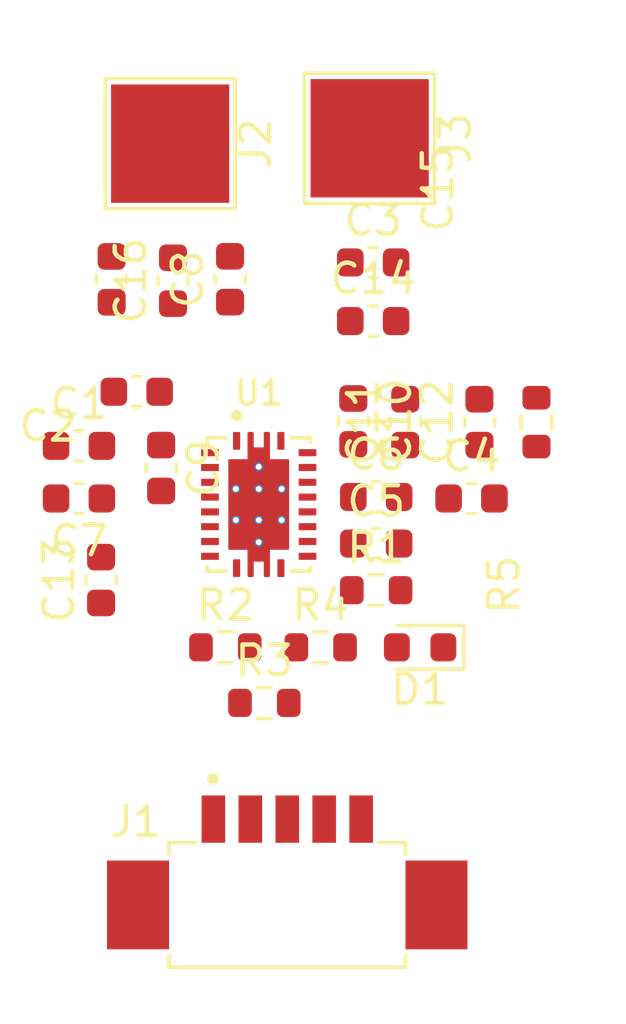
<source format=kicad_pcb>
(kicad_pcb (version 20221018) (generator pcbnew)
  (layers (0 "F.Cu" signal) (31 "B.Cu" signal) (34 "B.Paste" user) (35 "F.Paste" user) (36 "B.SilkS" user "B.Silkscreen") (37 "F.SilkS" user "F.Silkscreen") (38 "B.Mask" user) (39 "F.Mask" user) (44 "Edge.Cuts" user))
  (net 0 "")
  (net 1 "Net-(J2-Pin_1)")
  (net 2 "Net-(J3-Pin_1)")
  (net 3 "GND")
  (net 4 "Net-(U1-FOD)")
  (net 5 "Net-(U1-TS{slash}CTRL)")
  (net 6 "/RECT")
  (net 7 "Net-(U1-ILIM)")
  (net 8 "Net-(D1-K)")
  (net 9 "Net-(U1-RECT)")
  (net 10 "/VOUT")
  (net 11 "/~{CHG}")
  (net 12 "/EN2")
  (net 13 "/EN1")
  (net 14 "Net-(U1-COMM1)")
  (net 15 "Net-(U1-BOOT1)")
  (net 16 "Net-(U1-BOOT2)")
  (net 17 "Net-(U1-COMM2)")
  (net 18 "Net-(U1-CLAMP2)")
  (net 19 "Net-(U1-CLAMP1)")
  (net 21 "Net-(U1-AC1)")
  (footprint "Capacitor_SMD:C_0603_1608Metric" (layer "F.Cu") (at 145.0798 82.0508 90)
    (fp_text reference "C8" (at 0 -1.43 90) (layer "F.SilkS"))
    (fp_text value "47nF")
    (fp_line (start -0.14058 -0.51) (end 0.14058 -0.51) (stroke (width 0.12)) (layer "F.SilkS"))
    (fp_line (start -0.14058 0.51) (end 0.14058 0.51) (stroke (width 0.12)) (layer "F.SilkS"))
    (pad "1" smd roundrect (at -0.775 0 90) (size 0.9 0.95) (layers "F.Cu" "F.Paste" "F.Mask") (net 21 "Net-(U1-AC1)"))
    (pad "2" smd roundrect (at 0.775 0 90) (size 0.9 0.95) (layers "F.Cu" "F.Paste" "F.Mask") (net 1 "Net-(J2-Pin_1)"))
  )
  (footprint "Capacitor_SMD:C_0603_1608Metric" (layer "F.Cu") (at 141.9222 85.852)
    (fp_text reference "C2" (at -2.9972 1.1608) (layer "F.SilkS"))
    (fp_text value "10nF")
    (fp_line (start -0.14058 -0.51) (end 0.14058 -0.51) (stroke (width 0.12)) (layer "F.SilkS"))
    (fp_line (start -0.14058 0.51) (end 0.14058 0.51) (stroke (width 0.12)) (layer "F.SilkS"))
    (pad "1" smd roundrect (at -0.775 0) (size 0.9 0.95) (layers "F.Cu" "F.Paste" "F.Mask") (net 21 "Net-(U1-AC1)"))
    (pad "2" smd roundrect (at 0.775 0) (size 0.9 0.95) (layers "F.Cu" "F.Paste" "F.Mask") (net 15 "Net-(U1-BOOT1)"))
  )
  (footprint "LED_SMD:LED_0603_1608Metric" (layer "F.Cu") (at 151.5111 94.488 180)
    (fp_text reference "D1" (at 0 -1.43) (layer "F.SilkS"))
    (fp_text value "2.1Vf LED")
    (fp_line (start -1.485 -0.735) (end -1.485 0.735) (stroke (width 0.12)) (layer "F.SilkS"))
    (fp_line (start -1.485 0.735) (end 0.8 0.735) (stroke (width 0.12)) (layer "F.SilkS"))
    (fp_line (start 0.8 -0.735) (end -1.485 -0.735) (stroke (width 0.12)) (layer "F.SilkS"))
    (pad "1" smd roundrect (at -0.7875 0 180) (size 0.875 0.95) (layers "F.Cu" "F.Paste" "F.Mask") (net 8 "Net-(D1-K)"))
    (pad "2" smd roundrect (at 0.7875 0 180) (size 0.875 0.95) (layers "F.Cu" "F.Paste" "F.Mask") (net 10 "/VOUT"))
  )
  (footprint "Capacitor_SMD:C_0603_1608Metric" (layer "F.Cu") (at 143.1494 82.1016 90)
    (fp_text reference "C16" (at 0 -1.43 90) (layer "F.SilkS"))
    (fp_text value "68nF")
    (fp_line (start -0.14058 -0.51) (end 0.14058 -0.51) (stroke (width 0.12)) (layer "F.SilkS"))
    (fp_line (start -0.14058 0.51) (end 0.14058 0.51) (stroke (width 0.12)) (layer "F.SilkS"))
    (pad "1" smd roundrect (at -0.775 0 90) (size 0.9 0.95) (layers "F.Cu" "F.Paste" "F.Mask") (net 21 "Net-(U1-AC1)"))
    (pad "2" smd roundrect (at 0.775 0 90) (size 0.9 0.95) (layers "F.Cu" "F.Paste" "F.Mask") (net 1 "Net-(J2-Pin_1)"))
  )
  (footprint "Capacitor_SMD:C_0603_1608Metric" (layer "F.Cu") (at 149.9238 81.4832)
    (fp_text reference "C3" (at 0 -1.43) (layer "F.SilkS"))
    (fp_text value "1800pF")
    (fp_line (start -0.14058 -0.51) (end 0.14058 -0.51) (stroke (width 0.12)) (layer "F.SilkS"))
    (fp_line (start -0.14058 0.51) (end 0.14058 0.51) (stroke (width 0.12)) (layer "F.SilkS"))
    (pad "1" smd roundrect (at -0.775 0) (size 0.9 0.95) (layers "F.Cu" "F.Paste" "F.Mask") (net 2 "Net-(J3-Pin_1)"))
    (pad "2" smd roundrect (at 0.775 0) (size 0.9 0.95) (layers "F.Cu" "F.Paste" "F.Mask") (net 21 "Net-(U1-AC1)"))
  )
  (footprint "Capacitor_SMD:C_0603_1608Metric" (layer "F.Cu") (at 150.0254 90.9828)
    (fp_text reference "C5" (at 0 -1.43) (layer "F.SilkS"))
    (fp_text value "22nF")
    (fp_line (start -0.14058 -0.51) (end 0.14058 -0.51) (stroke (width 0.12)) (layer "F.SilkS"))
    (fp_line (start -0.14058 0.51) (end 0.14058 0.51) (stroke (width 0.12)) (layer "F.SilkS"))
    (pad "1" smd roundrect (at -0.775 0) (size 0.9 0.95) (layers "F.Cu" "F.Paste" "F.Mask") (net 17 "Net-(U1-COMM2)"))
    (pad "2" smd roundrect (at 0.775 0) (size 0.9 0.95) (layers "F.Cu" "F.Paste" "F.Mask") (net 2 "Net-(J3-Pin_1)"))
  )
  (footprint "Capacitor_SMD:C_0603_1608Metric" (layer "F.Cu") (at 150.0254 89.408)
    (fp_text reference "C6" (at 0 -1.43) (layer "F.SilkS"))
    (fp_text value ".47uF")
    (fp_line (start -0.14058 -0.51) (end 0.14058 -0.51) (stroke (width 0.12)) (layer "F.SilkS"))
    (fp_line (start -0.14058 0.51) (end 0.14058 0.51) (stroke (width 0.12)) (layer "F.SilkS"))
    (pad "1" smd roundrect (at -0.775 0) (size 0.9 0.95) (layers "F.Cu" "F.Paste" "F.Mask") (net 18 "Net-(U1-CLAMP2)"))
    (pad "2" smd roundrect (at 0.775 0) (size 0.9 0.95) (layers "F.Cu" "F.Paste" "F.Mask") (net 2 "Net-(J3-Pin_1)"))
  )
  (footprint "Capacitor_SMD:C_0603_1608Metric" (layer "F.Cu") (at 153.2506 89.4588)
    (fp_text reference "C4" (at 0 -1.43) (layer "F.SilkS"))
    (fp_text value "10nF")
    (fp_line (start -0.14058 -0.51) (end 0.14058 -0.51) (stroke (width 0.12)) (layer "F.SilkS"))
    (fp_line (start -0.14058 0.51) (end 0.14058 0.51) (stroke (width 0.12)) (layer "F.SilkS"))
    (pad "1" smd roundrect (at -0.775 0) (size 0.9 0.95) (layers "F.Cu" "F.Paste" "F.Mask") (net 16 "Net-(U1-BOOT2)"))
    (pad "2" smd roundrect (at 0.775 0) (size 0.9 0.95) (layers "F.Cu" "F.Paste" "F.Mask") (net 2 "Net-(J3-Pin_1)"))
  )
  (footprint "Resistor_SMD:R_0603_1608Metric" (layer "F.Cu") (at 155.448 86.8802 90)
    (fp_text reference "R5" (at -5.4914 -1.1034 90) (layer "F.SilkS"))
    (fp_text value "20k")
    (fp_line (start -0.237258 -0.5225) (end 0.237258 -0.5225) (stroke (width 0.12)) (layer "F.SilkS"))
    (fp_line (start -0.237258 0.5225) (end 0.237258 0.5225) (stroke (width 0.12)) (layer "F.SilkS"))
    (pad "1" smd roundrect (at -0.825 0 90) (size 0.8 0.95) (layers "F.Cu" "F.Paste" "F.Mask") (net 9 "Net-(U1-RECT)"))
    (pad "2" smd roundrect (at 0.825 0 90) (size 0.8 0.95) (layers "F.Cu" "F.Paste" "F.Mask") (net 6 "/RECT"))
  )
  (footprint "Capacitor_SMD:C_0603_1608Metric" (layer "F.Cu") (at 149.9238 83.4644)
    (fp_text reference "C14" (at 0 -1.43) (layer "F.SilkS"))
    (fp_text value "100pF")
    (fp_line (start -0.14058 -0.51) (end 0.14058 -0.51) (stroke (width 0.12)) (layer "F.SilkS"))
    (fp_line (start -0.14058 0.51) (end 0.14058 0.51) (stroke (width 0.12)) (layer "F.SilkS"))
    (pad "1" smd roundrect (at -0.775 0) (size 0.9 0.95) (layers "F.Cu" "F.Paste" "F.Mask") (net 2 "Net-(J3-Pin_1)"))
    (pad "2" smd roundrect (at 0.775 0) (size 0.9 0.95) (layers "F.Cu" "F.Paste" "F.Mask") (net 21 "Net-(U1-AC1)"))
  )
  (footprint "Capacitor_SMD:C_0603_1608Metric" (layer "F.Cu") (at 142.748 88.4298 -90)
    (fp_text reference "C9" (at 0 -1.43 90) (layer "F.SilkS"))
    (fp_text value "0.1uF")
    (fp_line (start -0.14058 -0.51) (end 0.14058 -0.51) (stroke (width 0.12)) (layer "F.SilkS"))
    (fp_line (start -0.14058 0.51) (end 0.14058 0.51) (stroke (width 0.12)) (layer "F.SilkS"))
    (pad "1" smd roundrect (at -0.775 0 270) (size 0.9 0.95) (layers "F.Cu" "F.Paste" "F.Mask") (net 3 "GND"))
    (pad "2" smd roundrect (at 0.775 0 270) (size 0.9 0.95) (layers "F.Cu" "F.Paste" "F.Mask") (net 10 "/VOUT"))
  )
  (footprint "Kicad_parts:IC_MSP430FR2522IRHLR" (layer "F.Cu") (at 146.05 89.662)
    (fp_text reference "U1" (at 0 -3.76599) (layer "F.SilkS") (effects (font (size 0.80148 0.80148))))
    (fp_text value "BQ51013BRHLR")
    (fp_line (start -1.75 -2.25) (end -1.1 -2.25) (stroke (width 0.127)) (layer "F.SilkS"))
    (fp_line (start -1.75 -2.1) (end -1.75 -2.25) (stroke (width 0.127)) (layer "F.SilkS"))
    (fp_line (start -1.75 2.1) (end -1.75 2.25) (stroke (width 0.127)) (layer "F.SilkS"))
    (fp_line (start -1.75 2.25) (end -1.1 2.25) (stroke (width 0.127)) (layer "F.SilkS"))
    (fp_line (start 1.1 -2.25) (end 1.75 -2.25) (stroke (width 0.127)) (layer "F.SilkS"))
    (fp_line (start 1.1 2.25) (end 1.75 2.25) (stroke (width 0.127)) (layer "F.SilkS"))
    (fp_line (start 1.75 -2.25) (end 1.75 -2.1) (stroke (width 0.127)) (layer "F.SilkS"))
    (fp_line (start 1.75 2.25) (end 1.75 2.1) (stroke (width 0.127)) (layer "F.SilkS"))
    (fp_circle (center -0.75 -3) (end -0.65 -3) (stroke (width 0.2)) (fill none) (layer "F.SilkS"))
    (pad "1" smd roundrect (at -0.75 -2.15) (size 0.24 0.6) (layers "F.Cu" "F.Paste" "F.Mask") (roundrect_rratio 0.13) (net 3 "GND"))
    (pad "2" smd roundrect (at -1.65 -1.75) (size 0.6 0.24) (layers "F.Cu" "F.Paste" "F.Mask") (roundrect_rratio 0.05) (net 21 "Net-(U1-AC1)"))
    (pad "3" smd roundrect (at -1.65 -1.25) (size 0.6 0.24) (layers "F.Cu" "F.Paste" "F.Mask") (roundrect_rratio 0.05) (net 15 "Net-(U1-BOOT1)"))
    (pad "4" smd roundrect (at -1.65 -0.75) (size 0.6 0.24) (layers "F.Cu" "F.Paste" "F.Mask") (roundrect_rratio 0.05) (net 10 "/VOUT"))
    (pad "5" smd roundrect (at -1.65 -0.25) (size 0.6 0.24) (layers "F.Cu" "F.Paste" "F.Mask") (roundrect_rratio 0.05) (net 19 "Net-(U1-CLAMP1)"))
    (pad "6" smd roundrect (at -1.65 0.25) (size 0.6 0.24) (layers "F.Cu" "F.Paste" "F.Mask") (roundrect_rratio 0.05) (net 14 "Net-(U1-COMM1)"))
    (pad "7" smd roundrect (at -1.65 0.75) (size 0.6 0.24) (layers "F.Cu" "F.Paste" "F.Mask") (roundrect_rratio 0.05) (net 11 "/~{CHG}"))
    (pad "8" smd roundrect (at -1.65 1.25) (size 0.6 0.24) (layers "F.Cu" "F.Paste" "F.Mask") (roundrect_rratio 0.05))
    (pad "9" smd roundrect (at -1.65 1.75) (size 0.6 0.24) (layers "F.Cu" "F.Paste" "F.Mask") (roundrect_rratio 0.05) (net 3 "GND"))
    (pad "10" smd roundrect (at -0.75 2.15) (size 0.24 0.6) (layers "F.Cu" "F.Paste" "F.Mask") (roundrect_rratio 0.13) (net 13 "/EN1"))
    (pad "11" smd roundrect (at 0.75 2.15) (size 0.24 0.6) (layers "F.Cu" "F.Paste" "F.Mask") (roundrect_rratio 0.13) (net 12 "/EN2"))
    (pad "12" smd roundrect (at 1.65 1.75) (size 0.6 0.24) (layers "F.Cu" "F.Paste" "F.Mask") (roundrect_rratio 0.05) (net 7 "Net-(U1-ILIM)"))
    (pad "13" smd roundrect (at 1.65 1.25) (size 0.6 0.24) (layers "F.Cu" "F.Paste" "F.Mask") (roundrect_rratio 0.05) (net 5 "Net-(U1-TS{slash}CTRL)"))
    (pad "14" smd roundrect (at 1.65 0.75) (size 0.6 0.24) (layers "F.Cu" "F.Paste" "F.Mask") (roundrect_rratio 0.05) (net 4 "Net-(U1-FOD)"))
    (pad "15" smd roundrect (at 1.65 0.25) (size 0.6 0.24) (layers "F.Cu" "F.Paste" "F.Mask") (roundrect_rratio 0.05) (net 17 "Net-(U1-COMM2)"))
    (pad "16" smd roundrect (at 1.65 -0.25) (size 0.6 0.24) (layers "F.Cu" "F.Paste" "F.Mask") (roundrect_rratio 0.05) (net 18 "Net-(U1-CLAMP2)"))
    (pad "17" smd roundrect (at 1.65 -0.75) (size 0.6 0.24) (layers "F.Cu" "F.Paste" "F.Mask") (roundrect_rratio 0.05) (net 16 "Net-(U1-BOOT2)"))
    (pad "18" smd roundrect (at 1.65 -1.25) (size 0.6 0.24) (layers "F.Cu" "F.Paste" "F.Mask") (roundrect_rratio 0.05) (net 9 "Net-(U1-RECT)"))
    (pad "19" smd roundrect (at 1.65 -1.75) (size 0.6 0.24) (layers "F.Cu" "F.Paste" "F.Mask") (roundrect_rratio 0.05) (net 2 "Net-(J3-Pin_1)"))
    (pad "20" smd roundrect (at 0.75 -2.15) (size 0.24 0.6) (layers "F.Cu" "F.Paste" "F.Mask") (roundrect_rratio 0.13) (net 3 "GND"))
    (pad "21" smd custom (at 0 0) (size 2.05 3.05) (layers "F.Cu" "F.Mask") (options (clearance outline) (anchor rect)) (primitives (gr_poly (pts (xy -0.375 -1.525) (xy -0.375 -2.4) (xy -0.375 -2.403) (xy -0.375 -2.405) (xy -0.374 -2.408) (xy -0.374 -2.41) (xy -0.373 -2.413) (xy -0.373 -2.415) (xy -0.372 -2.418) (xy -0.371 -2.42) (xy -0.37 -2.423) (xy -0.368 -2.425) (xy -0.367 -2.427) (xy -0.365 -2.429) (xy -0.364 -2.431) (xy -0.362 -2.433) (xy -0.36 -2.435) (xy -0.358 -2.437) (xy -0.356 -2.439) (xy -0.354 -2.44) (xy -0.352 -2.442) (xy -0.35 -2.443) (xy -0.348 -2.445) (xy -0.345 -2.446) (xy -0.343 -2.447) (xy -0.34 -2.448) (xy -0.338 -2.448) (xy -0.335 -2.449) (xy -0.333 -2.449) (xy -0.33 -2.45) (xy -0.328 -2.45) (xy -0.325 -2.45) (xy -0.225 -2.45) (xy -0.222 -2.45) (xy -0.22 -2.45) (xy -0.217 -2.449) (xy -0.215 -2.449) (xy -0.212 -2.448) (xy -0.21 -2.448) (xy -0.207 -2.447) (xy -0.205 -2.446) (xy -0.202 -2.445) (xy -0.2 -2.443) (xy -0.198 -2.442) (xy -0.196 -2.44) (xy -0.194 -2.439) (xy -0.192 -2.437) (xy -0.19 -2.435) (xy -0.188 -2.433) (xy -0.186 -2.431) (xy -0.185 -2.429) (xy -0.183 -2.427) (xy -0.182 -2.425) (xy -0.18 -2.423) (xy -0.179 -2.42) (xy -0.178 -2.418) (xy -0.177 -2.415) (xy -0.177 -2.413) (xy -0.176 -2.41) (xy -0.176 -2.408) (xy -0.175 -2.405) (xy -0.175 -2.403) (xy -0.175 -2.4) (xy -0.175 -1.925) (xy 0.175 -1.925) (xy 0.175 -2.4) (xy 0.175 -2.403) (xy 0.175 -2.405) (xy 0.176 -2.408) (xy 0.176 -2.41) (xy 0.177 -2.413) (xy 0.177 -2.415) (xy 0.178 -2.418) (xy 0.179 -2.42) (xy 0.18 -2.423) (xy 0.182 -2.425) (xy 0.183 -2.427) (xy 0.185 -2.429) (xy 0.186 -2.431) (xy 0.188 -2.433) (xy 0.19 -2.435) (xy 0.192 -2.437) (xy 0.194 -2.439) (xy 0.196 -2.44) (xy 0.198 -2.442) (xy 0.2 -2.443) (xy 0.202 -2.445) (xy 0.205 -2.446) (xy 0.207 -2.447) (xy 0.21 -2.448) (xy 0.212 -2.448) (xy 0.215 -2.449) (xy 0.217 -2.449) (xy 0.22 -2.45) (xy 0.222 -2.45) (xy 0.225 -2.45) (xy 0.325 -2.45) (xy 0.328 -2.45) (xy 0.33 -2.45) (xy 0.333 -2.449) (xy 0.335 -2.449) (xy 0.338 -2.448) (xy 0.34 -2.448) (xy 0.343 -2.447) (xy 0.345 -2.446) (xy 0.348 -2.445) (xy 0.35 -2.443) (xy 0.352 -2.442) (xy 0.354 -2.44) (xy 0.356 -2.439) (xy 0.358 -2.437) (xy 0.36 -2.435) (xy 0.362 -2.433) (xy 0.364 -2.431) (xy 0.365 -2.429) (xy 0.367 -2.427) (xy 0.368 -2.425) (xy 0.37 -2.423) (xy 0.371 -2.42) (xy 0.372 -2.418) (xy 0.373 -2.415) (xy 0.373 -2.413) (xy 0.374 -2.41) (xy 0.374 -2.408) (xy 0.375 -2.405) (xy 0.375 -2.403) (xy 0.375 -2.4) (xy 0.375 -1.525) (xy 0.975 -1.525) (xy 0.978 -1.525) (xy 0.98 -1.525) (xy 0.983 -1.524) (xy 0.985 -1.524) (xy 0.988 -1.523) (xy 0.99 -1.523) (xy 0.993 -1.522) (xy 0.995 -1.521) (xy 0.998 -1.52) (xy 1 -1.518) (xy 1.002 -1.517) (xy 1.004 -1.515) (xy 1.006 -1.514) (xy 1.008 -1.512) (xy 1.01 -1.51) (xy 1.012 -1.508) (xy 1.014 -1.506) (xy 1.015 -1.504) (xy 1.017 -1.502) (xy 1.018 -1.5) (xy 1.02 -1.498) (xy 1.021 -1.495) (xy 1.022 -1.493) (xy 1.023 -1.49) (xy 1.023 -1.488) (xy 1.024 -1.485) (xy 1.024 -1.483) (xy 1.025 -1.48) (xy 1.025 -1.478) (xy 1.025 -1.475) (xy 1.025 1.475) (xy 1.025 1.478) (xy 1.025 1.48) (xy 1.024 1.483) (xy 1.024 1.485) (xy 1.023 1.488) (xy 1.023 1.49) (xy 1.022 1.493) (xy 1.021 1.495) (xy 1.02 1.498) (xy 1.018 1.5) (xy 1.017 1.502) (xy 1.015 1.504) (xy 1.014 1.506) (xy 1.012 1.508) (xy 1.01 1.51) (xy 1.008 1.512) (xy 1.006 1.514) (xy 1.004 1.515) (xy 1.002 1.517) (xy 1 1.518) (xy 0.998 1.52) (xy 0.995 1.521) (xy 0.993 1.522) (xy 0.99 1.523) (xy 0.988 1.523) (xy 0.985 1.524) (xy 0.983 1.524) (xy 0.98 1.525) (xy 0.978 1.525) (xy 0.975 1.525) (xy 0.375 1.525) (xy 0.375 2.4) (xy 0.375 2.403) (xy 0.375 2.405) (xy 0.374 2.408) (xy 0.374 2.41) (xy 0.373 2.413) (xy 0.373 2.415) (xy 0.372 2.418) (xy 0.371 2.42) (xy 0.37 2.423) (xy 0.368 2.425) (xy 0.367 2.427) (xy 0.365 2.429) (xy 0.364 2.431) (xy 0.362 2.433) (xy 0.36 2.435) (xy 0.358 2.437) (xy 0.356 2.439) (xy 0.354 2.44) (xy 0.352 2.442) (xy 0.35 2.443) (xy 0.348 2.445) (xy 0.345 2.446) (xy 0.343 2.447) (xy 0.34 2.448) (xy 0.338 2.448) (xy 0.335 2.449) (xy 0.333 2.449) (xy 0.33 2.45) (xy 0.328 2.45) (xy 0.325 2.45) (xy 0.225 2.45) (xy 0.222 2.45) (xy 0.22 2.45) (xy 0.217 2.449) (xy 0.215 2.449) (xy 0.212 2.448) (xy 0.21 2.448) (xy 0.207 2.447) (xy 0.205 2.446) (xy 0.202 2.445) (xy 0.2 2.443) (xy 0.198 2.442) (xy 0.196 2.44) (xy 0.194 2.439) (xy 0.192 2.437) (xy 0.19 2.435) (xy 0.188 2.433) (xy 0.186 2.431) (xy 0.185 2.429) (xy 0.183 2.427) (xy 0.182 2.425) (xy 0.18 2.423) (xy 0.179 2.42) (xy 0.178 2.418) (xy 0.177 2.415) (xy 0.177 2.413) (xy 0.176 2.41) (xy 0.176 2.408) (xy 0.175 2.405) (xy 0.175 2.403) (xy 0.175 2.4) (xy 0.175 1.925) (xy -0.175 1.925) (xy -0.175 2.4) (xy -0.175 2.403) (xy -0.175 2.405) (xy -0.176 2.408) (xy -0.176 2.41) (xy -0.177 2.413) (xy -0.177 2.415) (xy -0.178 2.418) (xy -0.179 2.42) (xy -0.18 2.423) (xy -0.182 2.425) (xy -0.183 2.427) (xy -0.185 2.429) (xy -0.186 2.431) (xy -0.188 2.433) (xy -0.19 2.435) (xy -0.192 2.437) (xy -0.194 2.439) (xy -0.196 2.44) (xy -0.198 2.442) (xy -0.2 2.443) (xy -0.202 2.445) (xy -0.205 2.446) (xy -0.207 2.447) (xy -0.21 2.448) (xy -0.212 2.448) (xy -0.215 2.449) (xy -0.217 2.449) (xy -0.22 2.45) (xy -0.222 2.45) (xy -0.225 2.45) (xy -0.325 2.45) (xy -0.328 2.45) (xy -0.33 2.45) (xy -0.333 2.449) (xy -0.335 2.449) (xy -0.338 2.448) (xy -0.34 2.448) (xy -0.343 2.447) (xy -0.345 2.446) (xy -0.348 2.445) (xy -0.35 2.443) (xy -0.352 2.442) (xy -0.354 2.44) (xy -0.356 2.439) (xy -0.358 2.437) (xy -0.36 2.435) (xy -0.362 2.433) (xy -0.364 2.431) (xy -0.365 2.429) (xy -0.367 2.427) (xy -0.368 2.425) (xy -0.37 2.423) (xy -0.371 2.42) (xy -0.372 2.418) (xy -0.373 2.415) (xy -0.373 2.413) (xy -0.374 2.41) (xy -0.374 2.408) (xy -0.375 2.405) (xy -0.375 2.403) (xy -0.375 2.4) (xy -0.375 1.525) (xy -0.975 1.525) (xy -0.978 1.525) (xy -0.98 1.525) (xy -0.983 1.524) (xy -0.985 1.524) (xy -0.988 1.523) (xy -0.99 1.523) (xy -0.993 1.522) (xy -0.995 1.521) (xy -0.998 1.52) (xy -1 1.518) (xy -1.002 1.517) (xy -1.004 1.515) (xy -1.006 1.514) (xy -1.008 1.512) (xy -1.01 1.51) (xy -1.012 1.508) (xy -1.014 1.506) (xy -1.015 1.504) (xy -1.017 1.502) (xy -1.018 1.5) (xy -1.02 1.498) (xy -1.021 1.495) (xy -1.022 1.493) (xy -1.023 1.49) (xy -1.023 1.488) (xy -1.024 1.485) (xy -1.024 1.483) (xy -1.025 1.48) (xy -1.025 1.478) (xy -1.025 1.475) (xy -1.025 -1.475) (xy -1.025 -1.478) (xy -1.025 -1.48) (xy -1.024 -1.483) (xy -1.024 -1.485) (xy -1.023 -1.488) (xy -1.023 -1.49) (xy -1.022 -1.493) (xy -1.021 -1.495) (xy -1.02 -1.498) (xy -1.018 -1.5) (xy -1.017 -1.502) (xy -1.015 -1.504) (xy -1.014 -1.506) (xy -1.012 -1.508) (xy -1.01 -1.51) (xy -1.008 -1.512) (xy -1.006 -1.514) (xy -1.004 -1.515) (xy -1.002 -1.517) (xy -1 -1.518) (xy -0.998 -1.52) (xy -0.995 -1.521) (xy -0.993 -1.522) (xy -0.99 -1.523) (xy -0.988 -1.523) (xy -0.985 -1.524) (xy -0.983 -1.524) (xy -0.98 -1.525) (xy -0.978 -1.525) (xy -0.975 -1.525) (xy -0.375 -1.525)) (width 0.01) (fill yes))))
    (pad "22" thru_hole circle (at 0 -1.275) (size 0.3 0.3) (drill 0.2) (layers "*.Cu" "*.Mask"))
    (pad "23" thru_hole circle (at -0.775 -0.525) (size 0.3 0.3) (drill 0.2) (layers "*.Cu" "*.Mask"))
    (pad "24" thru_hole circle (at 0 -0.525) (size 0.3 0.3) (drill 0.2) (layers "*.Cu" "*.Mask"))
    (pad "25" thru_hole circle (at 0.775 -0.525) (size 0.3 0.3) (drill 0.2) (layers "*.Cu" "*.Mask"))
    (pad "26" thru_hole circle (at -0.775 0.525) (size 0.3 0.3) (drill 0.2) (layers "*.Cu" "*.Mask"))
    (pad "27" thru_hole circle (at 0 0.525) (size 0.3 0.3) (drill 0.2) (layers "*.Cu" "*.Mask"))
    (pad "28" thru_hole circle (at 0.775 0.525) (size 0.3 0.3) (drill 0.2) (layers "*.Cu" "*.Mask"))
    (pad "29" thru_hole circle (at 0 1.275) (size 0.3 0.3) (drill 0.2) (layers "*.Cu" "*.Mask"))
  )
  (footprint "Resistor_SMD:R_0603_1608Metric" (layer "F.Cu") (at 148.146 94.488)
    (fp_text reference "R4" (at 0 -1.43) (layer "F.SilkS"))
    (fp_text value "1.5k")
    (fp_line (start -0.237258 -0.5225) (end 0.237258 -0.5225) (stroke (width 0.12)) (layer "F.SilkS"))
    (fp_line (start -0.237258 0.5225) (end 0.237258 0.5225) (stroke (width 0.12)) (layer "F.SilkS"))
    (pad "1" smd roundrect (at -0.825 0) (size 0.8 0.95) (layers "F.Cu" "F.Paste" "F.Mask") (net 8 "Net-(D1-K)"))
    (pad "2" smd roundrect (at 0.825 0) (size 0.8 0.95) (layers "F.Cu" "F.Paste" "F.Mask") (net 5 "Net-(U1-TS{slash}CTRL)"))
  )
  (footprint "Capacitor_SMD:C_0603_1608Metric" (layer "F.Cu") (at 151.0076 86.881 90)
    (fp_text reference "C11" (at 0 -1.43 90) (layer "F.SilkS"))
    (fp_text value "10uF")
    (fp_line (start -0.14058 -0.51) (end 0.14058 -0.51) (stroke (width 0.12)) (layer "F.SilkS"))
    (fp_line (start -0.14058 0.51) (end 0.14058 0.51) (stroke (width 0.12)) (layer "F.SilkS"))
    (pad "1" smd roundrect (at -0.775 0 90) (size 0.9 0.95) (layers "F.Cu" "F.Paste" "F.Mask") (net 3 "GND"))
    (pad "2" smd roundrect (at 0.775 0 90) (size 0.9 0.95) (layers "F.Cu" "F.Paste" "F.Mask") (net 9 "Net-(U1-RECT)"))
  )
  (footprint "Resistor_SMD:R_0603_1608Metric" (layer "F.Cu") (at 144.9202 94.488)
    (fp_text reference "R2" (at 0 -1.43) (layer "F.SilkS"))
    (fp_text value "10k")
    (fp_line (start -0.237258 -0.5225) (end 0.237258 -0.5225) (stroke (width 0.12)) (layer "F.SilkS"))
    (fp_line (start -0.237258 0.5225) (end 0.237258 0.5225) (stroke (width 0.12)) (layer "F.SilkS"))
    (pad "1" smd roundrect (at -0.825 0) (size 0.8 0.95) (layers "F.Cu" "F.Paste" "F.Mask") (net 3 "GND"))
    (pad "2" smd roundrect (at 0.825 0) (size 0.8 0.95) (layers "F.Cu" "F.Paste" "F.Mask") (net 5 "Net-(U1-TS{slash}CTRL)"))
  )
  (footprint "Capacitor_SMD:C_0603_1608Metric" (layer "F.Cu") (at 141.0716 82.055 90)
    (fp_text reference "C15" (at 3.048 11.0408 90) (layer "F.SilkS"))
    (fp_text value "68nF")
    (fp_line (start -0.14058 -0.51) (end 0.14058 -0.51) (stroke (width 0.12)) (layer "F.SilkS"))
    (fp_line (start -0.14058 0.51) (end 0.14058 0.51) (stroke (width 0.12)) (layer "F.SilkS"))
    (pad "1" smd roundrect (at -0.775 0 90) (size 0.9 0.95) (layers "F.Cu" "F.Paste" "F.Mask") (net 21 "Net-(U1-AC1)"))
    (pad "2" smd roundrect (at 0.775 0 90) (size 0.9 0.95) (layers "F.Cu" "F.Paste" "F.Mask") (net 1 "Net-(J2-Pin_1)"))
  )
  (footprint "Kicad_parts:MOLEX_0532610571" (layer "F.Cu") (at 147.0152 101.092)
    (fp_text reference "J1" (at -5.1308 -0.7112) (layer "F.SilkS") (effects (font (size 1.000433 1.000433))))
    (fp_text value "Conn_01x05")
    (fp_line (start -4.001 0) (end -4.001 0.4) (stroke (width 0.127)) (layer "F.SilkS"))
    (fp_line (start -4 4.2) (end -4 3.8) (stroke (width 0.127)) (layer "F.SilkS"))
    (fp_line (start -4 4.2) (end 4 4.2) (stroke (width 0.127)) (layer "F.SilkS"))
    (fp_line (start -3.1 0) (end -4.001 0) (stroke (width 0.127)) (layer "F.SilkS"))
    (fp_line (start 3.1 0) (end 4 0) (stroke (width 0.127)) (layer "F.SilkS"))
    (fp_line (start 4 0) (end 4 0.4) (stroke (width 0.127)) (layer "F.SilkS"))
    (fp_line (start 4 4.2) (end 4 3.8) (stroke (width 0.127)) (layer "F.SilkS"))
    (fp_circle (center -2.515 -2.156) (end -2.415 -2.156) (stroke (width 0.2)) (fill none) (layer "F.SilkS"))
    (pad "1" smd rect (at -2.5 -0.8 90) (size 1.6 0.8) (layers "F.Cu" "F.Paste" "F.Mask") (net 11 "/~{CHG}"))
    (pad "2" smd rect (at -1.25 -0.8 90) (size 1.6 0.8) (layers "F.Cu" "F.Paste" "F.Mask") (net 12 "/EN2"))
    (pad "3" smd rect (at 0 -0.8 90) (size 1.6 0.8) (layers "F.Cu" "F.Paste" "F.Mask") (net 13 "/EN1"))
    (pad "4" smd rect (at 1.25 -0.8 90) (size 1.6 0.8) (layers "F.Cu" "F.Paste" "F.Mask") (net 10 "/VOUT"))
    (pad "5" smd rect (at 2.5 -0.8 90) (size 1.6 0.8) (layers "F.Cu" "F.Paste" "F.Mask") (net 3 "GND"))
    (pad "S1" smd rect (at -5.05 2.1 90) (size 3 2.1) (layers "F.Cu" "F.Paste" "F.Mask"))
    (pad "S2" smd rect (at 5.05 2.1 90) (size 3 2.1) (layers "F.Cu" "F.Paste" "F.Mask"))
  )
  (footprint "Resistor_SMD:R_0603_1608Metric" (layer "F.Cu") (at 146.241 96.3676)
    (fp_text reference "R3" (at 0 -1.43) (layer "F.SilkS"))
    (fp_text value "262R")
    (fp_line (start -0.237258 -0.5225) (end 0.237258 -0.5225) (stroke (width 0.12)) (layer "F.SilkS"))
    (fp_line (start -0.237258 0.5225) (end 0.237258 0.5225) (stroke (width 0.12)) (layer "F.SilkS"))
    (pad "1" smd roundrect (at -0.825 0) (size 0.8 0.95) (layers "F.Cu" "F.Paste" "F.Mask") (net 6 "/RECT"))
    (pad "2" smd roundrect (at 0.825 0) (size 0.8 0.95) (layers "F.Cu" "F.Paste" "F.Mask") (net 7 "Net-(U1-ILIM)"))
  )
  (footprint "Capacitor_SMD:C_0603_1608Metric" (layer "F.Cu") (at 139.967 87.6808)
    (fp_text reference "C1" (at 0 -1.43) (layer "F.SilkS"))
    (fp_text value "22nF")
    (fp_line (start -0.14058 -0.51) (end 0.14058 -0.51) (stroke (width 0.12)) (layer "F.SilkS"))
    (fp_line (start -0.14058 0.51) (end 0.14058 0.51) (stroke (width 0.12)) (layer "F.SilkS"))
    (pad "1" smd roundrect (at -0.775 0) (size 0.9 0.95) (layers "F.Cu" "F.Paste" "F.Mask") (net 21 "Net-(U1-AC1)"))
    (pad "2" smd roundrect (at 0.775 0) (size 0.9 0.95) (layers "F.Cu" "F.Paste" "F.Mask") (net 14 "Net-(U1-COMM1)"))
  )
  (footprint "Capacitor_SMD:C_0603_1608Metric" (layer "F.Cu") (at 139.967 89.4588 180)
    (fp_text reference "C7" (at 0 -1.43) (layer "F.SilkS"))
    (fp_text value "0.47uF")
    (fp_line (start -0.14058 -0.51) (end 0.14058 -0.51) (stroke (width 0.12)) (layer "F.SilkS"))
    (fp_line (start -0.14058 0.51) (end 0.14058 0.51) (stroke (width 0.12)) (layer "F.SilkS"))
    (pad "1" smd roundrect (at -0.775 0 180) (size 0.9 0.95) (layers "F.Cu" "F.Paste" "F.Mask") (net 19 "Net-(U1-CLAMP1)"))
    (pad "2" smd roundrect (at 0.775 0 180) (size 0.9 0.95) (layers "F.Cu" "F.Paste" "F.Mask") (net 2 "Net-(J3-Pin_1)"))
  )
  (footprint "Capacitor_SMD:C_0603_1608Metric" (layer "F.Cu") (at 149.2504 86.855 -90)
    (fp_text reference "C10" (at 0 -1.43 90) (layer "F.SilkS"))
    (fp_text value "0.1uF")
    (fp_line (start -0.14058 -0.51) (end 0.14058 -0.51) (stroke (width 0.12)) (layer "F.SilkS"))
    (fp_line (start -0.14058 0.51) (end 0.14058 0.51) (stroke (width 0.12)) (layer "F.SilkS"))
    (pad "1" smd roundrect (at -0.775 0 270) (size 0.9 0.95) (layers "F.Cu" "F.Paste" "F.Mask") (net 3 "GND"))
    (pad "2" smd roundrect (at 0.775 0 270) (size 0.9 0.95) (layers "F.Cu" "F.Paste" "F.Mask") (net 9 "Net-(U1-RECT)"))
  )
  (footprint "Resistor_SMD:R_0603_1608Metric" (layer "F.Cu") (at 150.0246 92.5576)
    (fp_text reference "R1" (at 0 -1.43) (layer "F.SilkS"))
    (fp_text value "196R")
    (fp_line (start -0.237258 -0.5225) (end 0.237258 -0.5225) (stroke (width 0.12)) (layer "F.SilkS"))
    (fp_line (start -0.237258 0.5225) (end 0.237258 0.5225) (stroke (width 0.12)) (layer "F.SilkS"))
    (pad "1" smd roundrect (at -0.825 0) (size 0.8 0.95) (layers "F.Cu" "F.Paste" "F.Mask") (net 3 "GND"))
    (pad "2" smd roundrect (at 0.825 0) (size 0.8 0.95) (layers "F.Cu" "F.Paste" "F.Mask") (net 4 "Net-(U1-FOD)"))
  )
  (footprint "Capacitor_SMD:C_0603_1608Metric" (layer "F.Cu") (at 153.5176 86.881 90)
    (fp_text reference "C12" (at 0 -1.43 90) (layer "F.SilkS"))
    (fp_text value "10uF")
    (fp_line (start -0.14058 -0.51) (end 0.14058 -0.51) (stroke (width 0.12)) (layer "F.SilkS"))
    (fp_line (start -0.14058 0.51) (end 0.14058 0.51) (stroke (width 0.12)) (layer "F.SilkS"))
    (pad "1" smd roundrect (at -0.775 0 90) (size 0.9 0.95) (layers "F.Cu" "F.Paste" "F.Mask") (net 3 "GND"))
    (pad "2" smd roundrect (at 0.775 0 90) (size 0.9 0.95) (layers "F.Cu" "F.Paste" "F.Mask") (net 9 "Net-(U1-RECT)"))
  )
  (footprint "Capacitor_SMD:C_0603_1608Metric" (layer "F.Cu") (at 140.716 92.215 90)
    (fp_text reference "C13" (at 0 -1.43 90) (layer "F.SilkS"))
    (fp_text value "10uF")
    (fp_line (start -0.14058 -0.51) (end 0.14058 -0.51) (stroke (width 0.12)) (layer "F.SilkS"))
    (fp_line (start -0.14058 0.51) (end 0.14058 0.51) (stroke (width 0.12)) (layer "F.SilkS"))
    (pad "1" smd roundrect (at -0.775 0 90) (size 0.9 0.95) (layers "F.Cu" "F.Paste" "F.Mask") (net 3 "GND"))
    (pad "2" smd roundrect (at 0.775 0 90) (size 0.9 0.95) (layers "F.Cu" "F.Paste" "F.Mask") (net 10 "/VOUT"))
  )
  (footprint "TestPoint:TestPoint_Pad_4.0x4.0mm" (layer "F.Cu") (at 149.8042 77.2886 -90)
    (fp_text reference "J3" (at 0 -2.898 90) (layer "F.SilkS"))
    (fp_text value "Conn_01x01")
    (fp_line (start -2.2 -2.2) (end 2.2 -2.2) (stroke (width 0.12)) (layer "F.SilkS"))
    (fp_line (start -2.2 2.2) (end -2.2 -2.2) (stroke (width 0.12)) (layer "F.SilkS"))
    (fp_line (start 2.2 -2.2) (end 2.2 2.2) (stroke (width 0.12)) (layer "F.SilkS"))
    (fp_line (start 2.2 2.2) (end -2.2 2.2) (stroke (width 0.12)) (layer "F.SilkS"))
    (pad "1" smd rect (at 0 0 270) (size 4 4) (layers "F.Cu" "F.Mask") (net 2 "Net-(J3-Pin_1)"))
  )
  (footprint "TestPoint:TestPoint_Pad_4.0x4.0mm" (layer "F.Cu") (at 143.0528 77.47 -90)
    (fp_text reference "J2" (at 0 -2.898 90) (layer "F.SilkS"))
    (fp_text value "Conn_01x01")
    (fp_line (start -2.2 -2.2) (end 2.2 -2.2) (stroke (width 0.12)) (layer "F.SilkS"))
    (fp_line (start -2.2 2.2) (end -2.2 -2.2) (stroke (width 0.12)) (layer "F.SilkS"))
    (fp_line (start 2.2 -2.2) (end 2.2 2.2) (stroke (width 0.12)) (layer "F.SilkS"))
    (fp_line (start 2.2 2.2) (end -2.2 2.2) (stroke (width 0.12)) (layer "F.SilkS"))
    (pad "1" smd rect (at 0 0 270) (size 4 4) (layers "F.Cu" "F.Mask") (net 1 "Net-(J2-Pin_1)"))
  )
)
</source>
